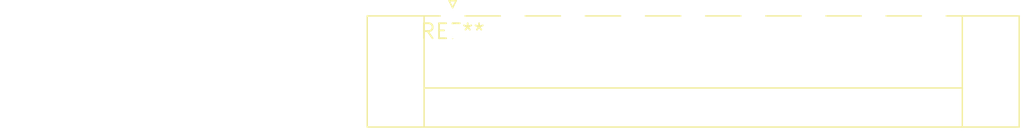
<source format=kicad_pcb>
(kicad_pcb (version 20240108) (generator pcbnew)
  (layers (0 "F.Cu" signal) (31 "B.Cu" signal) (34 "B.Paste" user) (35 "F.Paste" user) (36 "B.SilkS" user "B.Silkscreen") (37 "F.SilkS" user "F.Silkscreen") (38 "B.Mask" user) (39 "F.Mask" user) (44 "Edge.Cuts" user))
  (net 0 "")
  (footprint "PhoenixContact_MC_1,5_9-GF-5.08_1x09_P5.08mm_Horizontal_ThreadedFlange" (layer "F.Cu") (at 0 0)
    (property "Reference" "REF**")
    (property "Value" "PhoenixContact_MC_1,5_9-GF-5.08_1x09_P5.08mm_Horizontal_ThreadedFlange")
    (fp_line (start -7.21 -1.31) (end -7.21 8.11) (layer "F.SilkS") (stroke (width 0.12)))
    (fp_line (start -7.21 -1.31) (end -1.05 -1.31) (layer "F.SilkS") (stroke (width 0.12)))
    (fp_line (start -7.21 8.11) (end 47.85 8.11) (layer "F.SilkS") (stroke (width 0.12)))
    (fp_line (start -2.41 -1.31) (end -2.41 8.11) (layer "F.SilkS") (stroke (width 0.12)))
    (fp_line (start -2.41 4.8) (end 43.05 4.8) (layer "F.SilkS") (stroke (width 0.12)))
    (fp_line (start -0.3 -2.6) (end 0.3 -2.6) (layer "F.SilkS") (stroke (width 0.12)))
    (fp_line (start 0 -2) (end -0.3 -2.6) (layer "F.SilkS") (stroke (width 0.12)))
    (fp_line (start 0.3 -2.6) (end 0 -2) (layer "F.SilkS") (stroke (width 0.12)))
    (fp_line (start 1.05 -1.31) (end 4.03 -1.31) (layer "F.SilkS") (stroke (width 0.12)))
    (fp_line (start 6.13 -1.31) (end 9.11 -1.31) (layer "F.SilkS") (stroke (width 0.12)))
    (fp_line (start 11.21 -1.31) (end 14.19 -1.31) (layer "F.SilkS") (stroke (width 0.12)))
    (fp_line (start 16.29 -1.31) (end 19.27 -1.31) (layer "F.SilkS") (stroke (width 0.12)))
    (fp_line (start 21.37 -1.31) (end 24.35 -1.31) (layer "F.SilkS") (stroke (width 0.12)))
    (fp_line (start 26.45 -1.31) (end 29.43 -1.31) (layer "F.SilkS") (stroke (width 0.12)))
    (fp_line (start 31.53 -1.31) (end 34.51 -1.31) (layer "F.SilkS") (stroke (width 0.12)))
    (fp_line (start 36.61 -1.31) (end 39.59 -1.31) (layer "F.SilkS") (stroke (width 0.12)))
    (fp_line (start 43.05 -1.31) (end 43.05 8.11) (layer "F.SilkS") (stroke (width 0.12)))
    (fp_line (start 47.85 -1.31) (end 41.69 -1.31) (layer "F.SilkS") (stroke (width 0.12)))
    (fp_line (start 47.85 8.11) (end 47.85 -1.31) (layer "F.SilkS") (stroke (width 0.12)))
    (pad "1" thru_hole roundrect (at 0 0) (size 1.8 3.6) (drill 1.2) (layers *.Cu *.Mask) (remove_unused_layers) (roundrect_rratio 0.138889))
    (pad "2" thru_hole oval (at 5.08 0) (size 1.8 3.6) (drill 1.2) (layers *.Cu *.Mask) (remove_unused_layers))
    (pad "3" thru_hole oval (at 10.16 0) (size 1.8 3.6) (drill 1.2) (layers *.Cu *.Mask) (remove_unused_layers))
    (pad "4" thru_hole oval (at 15.24 0) (size 1.8 3.6) (drill 1.2) (layers *.Cu *.Mask) (remove_unused_layers))
    (pad "5" thru_hole oval (at 20.32 0) (size 1.8 3.6) (drill 1.2) (layers *.Cu *.Mask) (remove_unused_layers))
    (pad "6" thru_hole oval (at 25.4 0) (size 1.8 3.6) (drill 1.2) (layers *.Cu *.Mask) (remove_unused_layers))
    (pad "7" thru_hole oval (at 30.48 0) (size 1.8 3.6) (drill 1.2) (layers *.Cu *.Mask) (remove_unused_layers))
    (pad "8" thru_hole oval (at 35.56 0) (size 1.8 3.6) (drill 1.2) (layers *.Cu *.Mask) (remove_unused_layers))
    (pad "9" thru_hole oval (at 40.64 0) (size 1.8 3.6) (drill 1.2) (layers *.Cu *.Mask) (remove_unused_layers))
  )
)
</source>
